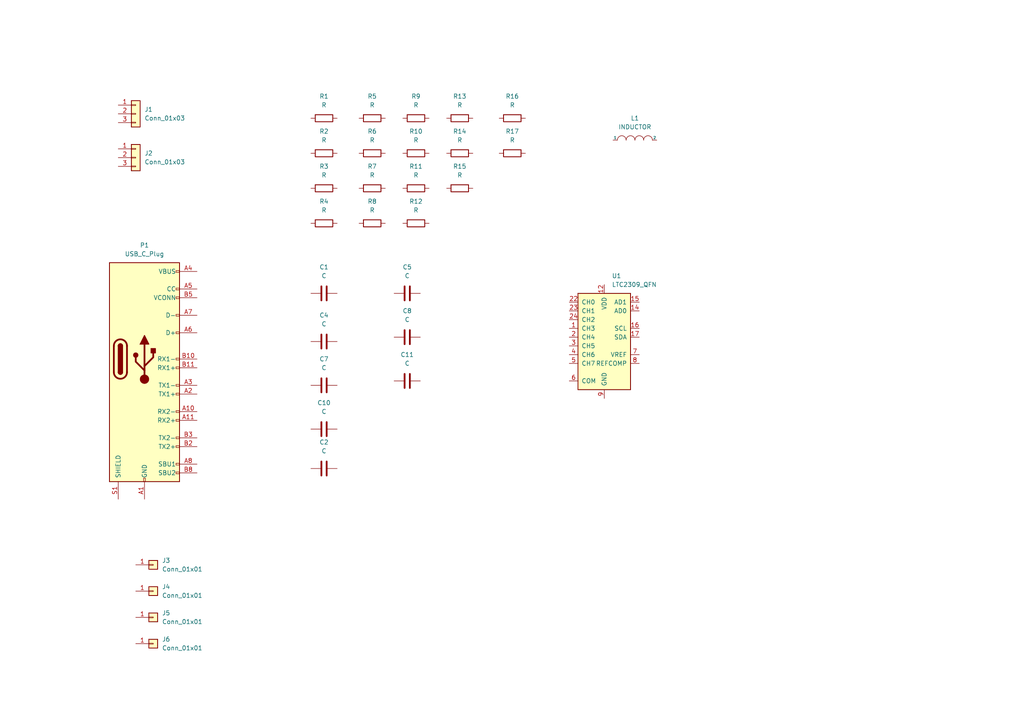
<source format=kicad_sch>
(kicad_sch (version 20231120) (generator "eeschema") (generator_version "8.0")
  (paper "A4")
  (lib_symbols
    (symbol "Analog_ADC:LTC2309_QFN" (pin_names (offset 1.016))
      (property "Reference" "U" (at -6.35 13.97 0))
      (property "Value" "LTC2309_QFN" (at 1.27 13.97 0))
      (symbol "LTC2309_QFN_0_1"
        (rectangle (start -7.62 12.7) (end 7.62 -15.24) (stroke (width 0.254)) (fill (type background)))
        (pin input line (at -10.16 -2.54 0) (length 2.54) (name "CH5") (number "3"))
      )
      (symbol "LTC2309_QFN_1_1"
        (pin input line (at -10.16 2.54 0) (length 2.54) (name "CH3") (number "1"))
        (pin passive line (at 0 -17.78 90) (length 2.54) hide (name "GND") (number "10"))
        (pin passive line (at 0 -17.78 90) (length 2.54) hide (name "GND") (number "11"))
        (pin power_in line (at 0 15.24 270) (length 2.54) (name "VDD") (number "12"))
        (pin passive line (at 0 15.24 270) (length 2.54) hide (name "VDD") (number "13"))
        (pin input line (at 10.16 7.62 180) (length 2.54) (name "AD0") (number "14"))
        (pin input line (at 10.16 10.16 180) (length 2.54) (name "AD1") (number "15"))
        (pin input line (at 10.16 2.54 180) (length 2.54) (name "SCL") (number "16"))
        (pin bidirectional line (at 10.16 0 180) (length 2.54) (name "SDA") (number "17"))
        (pin passive line (at 0 -17.78 90) (length 2.54) hide (name "GND") (number "18"))
        (pin passive line (at 0 -17.78 90) (length 2.54) hide (name "GND") (number "19"))
        (pin input line (at -10.16 0 0) (length 2.54) (name "CH4") (number "2"))
        (pin passive line (at 0 -17.78 90) (length 2.54) hide (name "GND") (number "20"))
        (pin passive line (at 0 15.24 270) (length 2.54) hide (name "VDD") (number "21"))
        (pin input line (at -10.16 10.16 0) (length 2.54) (name "CH0") (number "22"))
        (pin input line (at -10.16 7.62 0) (length 2.54) (name "CH1") (number "23"))
        (pin input line (at -10.16 5.08 0) (length 2.54) (name "CH2") (number "24"))
        (pin passive line (at 0 -17.78 90) (length 2.54) hide (name "GND") (number "25"))
        (pin input line (at -10.16 -5.08 0) (length 2.54) (name "CH6") (number "4"))
        (pin input line (at -10.16 -7.62 0) (length 2.54) (name "CH7") (number "5"))
        (pin input line (at -10.16 -12.7 0) (length 2.54) (name "COM") (number "6"))
        (pin input line (at 10.16 -5.08 180) (length 2.54) (name "VREF") (number "7"))
        (pin input line (at 10.16 -7.62 180) (length 2.54) (name "REFCOMP") (number "8"))
        (pin power_in line (at 0 -17.78 90) (length 2.54) (name "GND") (number "9"))
      )
    )
    (symbol "Connector:USB_C_Plug" (pin_names (offset 1.016))
      (property "Reference" "P" (at -10.16 29.21 0))
      (property "Value" "USB_C_Plug" (at 10.16 29.21 0))
      (symbol "USB_C_Plug_0_0"
        (rectangle (start -0.254 -35.56) (end 0.254 -34.544))
        (rectangle (start 10.16 -32.766) (end 9.144 -33.274))
        (rectangle (start 10.16 -30.226) (end 9.144 -30.734))
        (rectangle (start 10.16 -25.146) (end 9.144 -25.654))
        (rectangle (start 10.16 -22.606) (end 9.144 -23.114))
        (rectangle (start 10.16 -17.526) (end 9.144 -18.034))
        (rectangle (start 10.16 -14.986) (end 9.144 -15.494))
        (rectangle (start 10.16 -9.906) (end 9.144 -10.414))
        (rectangle (start 10.16 -7.366) (end 9.144 -7.874))
        (rectangle (start 10.16 -2.286) (end 9.144 -2.794))
        (rectangle (start 10.16 0.254) (end 9.144 -0.254))
        (rectangle (start 10.16 7.874) (end 9.144 7.366))
        (rectangle (start 10.16 12.954) (end 9.144 12.446))
        (rectangle (start 10.16 18.034) (end 9.144 17.526))
        (rectangle (start 10.16 20.574) (end 9.144 20.066))
        (rectangle (start 10.16 25.654) (end 9.144 25.146))
      )
      (symbol "USB_C_Plug_0_1"
        (rectangle (start -10.16 27.94) (end 10.16 -35.56) (stroke (width 0.254)) (fill (type background)))
        (arc (start -8.89 -3.81) (mid -6.985 -5.7066) (end -5.08 -3.81) (stroke (width 0.508)))
        (arc (start -7.62 -3.81) (mid -6.985 -4.4422) (end -6.35 -3.81) (stroke (width 0.254)))
        (arc (start -7.62 -3.81) (mid -6.985 -4.4422) (end -6.35 -3.81) (stroke (width 0.254)) (fill (type outline)))
        (rectangle (start -7.62 -3.81) (end -6.35 3.81) (stroke (width 0.254)) (fill (type outline)))
        (arc (start -6.35 3.81) (mid -6.985 4.4422) (end -7.62 3.81) (stroke (width 0.254)))
        (arc (start -6.35 3.81) (mid -6.985 4.4422) (end -7.62 3.81) (stroke (width 0.254)) (fill (type outline)))
        (arc (start -5.08 3.81) (mid -6.985 5.7066) (end -8.89 3.81) (stroke (width 0.508)))
        (polyline (pts (xy -8.89 -3.81) (xy -8.89 3.81)) (stroke (width 0.508)))
        (polyline (pts (xy -5.08 3.81) (xy -5.08 -3.81)) (stroke (width 0.508)))
      )
      (symbol "USB_C_Plug_1_1"
        (circle (center -2.54 1.143) (radius 0.635) (stroke (width 0.254)) (fill (type outline)))
        (circle (center 0 -5.842) (radius 1.27) (fill (type outline)))
        (polyline (pts (xy 0 -5.842) (xy 0 4.318)) (stroke (width 0.508)))
        (polyline (pts (xy 0 -3.302) (xy -2.54 -0.762) (xy -2.54 0.508)) (stroke (width 0.508)))
        (polyline (pts (xy 0 -2.032) (xy 2.54 0.508) (xy 2.54 1.778)) (stroke (width 0.508)))
        (polyline (pts (xy -1.27 4.318) (xy 0 6.858) (xy 1.27 4.318) (xy -1.27 4.318)) (stroke (width 0.254)) (fill (type outline)))
        (rectangle (start 1.905 1.778) (end 3.175 3.048) (stroke (width 0.254)) (fill (type outline)))
        (pin passive line (at 0 -40.64 90) (length 5.08) (name "GND") (number "A1"))
        (pin bidirectional line (at 15.24 -15.24 180) (length 5.08) (name "RX2-") (number "A10"))
        (pin bidirectional line (at 15.24 -17.78 180) (length 5.08) (name "RX2+") (number "A11"))
        (pin passive line (at 0 -40.64 90) (length 5.08) hide (name "GND") (number "A12"))
        (pin bidirectional line (at 15.24 -10.16 180) (length 5.08) (name "TX1+") (number "A2"))
        (pin bidirectional line (at 15.24 -7.62 180) (length 5.08) (name "TX1-") (number "A3"))
        (pin passive line (at 15.24 25.4 180) (length 5.08) (name "VBUS") (number "A4"))
        (pin bidirectional line (at 15.24 20.32 180) (length 5.08) (name "CC") (number "A5"))
        (pin bidirectional line (at 15.24 7.62 180) (length 5.08) (name "D+") (number "A6"))
        (pin bidirectional line (at 15.24 12.7 180) (length 5.08) (name "D-") (number "A7"))
        (pin bidirectional line (at 15.24 -30.48 180) (length 5.08) (name "SBU1") (number "A8"))
        (pin passive line (at 15.24 25.4 180) (length 5.08) hide (name "VBUS") (number "A9"))
        (pin passive line (at 0 -40.64 90) (length 5.08) hide (name "GND") (number "B1"))
        (pin bidirectional line (at 15.24 0 180) (length 5.08) (name "RX1-") (number "B10"))
        (pin bidirectional line (at 15.24 -2.54 180) (length 5.08) (name "RX1+") (number "B11"))
        (pin passive line (at 0 -40.64 90) (length 5.08) hide (name "GND") (number "B12"))
        (pin bidirectional line (at 15.24 -25.4 180) (length 5.08) (name "TX2+") (number "B2"))
        (pin bidirectional line (at 15.24 -22.86 180) (length 5.08) (name "TX2-") (number "B3"))
        (pin passive line (at 15.24 25.4 180) (length 5.08) hide (name "VBUS") (number "B4"))
        (pin bidirectional line (at 15.24 17.78 180) (length 5.08) (name "VCONN") (number "B5"))
        (pin bidirectional line (at 15.24 -33.02 180) (length 5.08) (name "SBU2") (number "B8"))
        (pin passive line (at 15.24 25.4 180) (length 5.08) hide (name "VBUS") (number "B9"))
        (pin passive line (at -7.62 -40.64 90) (length 5.08) (name "SHIELD") (number "S1"))
      )
    )
    (symbol "Connector_Generic:Conn_01x01" (pin_names (offset 1.016) hide)
      (property "Reference" "J" (at 0 2.54 0))
      (property "Value" "Conn_01x01" (at 0 -2.54 0))
      (symbol "Conn_01x01_1_1"
        (rectangle (start -1.27 0.127) (end 0 -0.127) (stroke (width 0.1524)))
        (rectangle (start -1.27 1.27) (end 1.27 -1.27) (stroke (width 0.254)) (fill (type background)))
        (pin passive line (at -5.08 0 0) (length 3.81) (name "Pin_1") (number "1"))
      )
    )
    (symbol "Connector_Generic:Conn_01x03" (pin_names (offset 1.016) hide)
      (property "Reference" "J" (at 0 5.08 0))
      (property "Value" "Conn_01x03" (at 0 -5.08 0))
      (symbol "Conn_01x03_1_1"
        (rectangle (start -1.27 -2.413) (end 0 -2.667) (stroke (width 0.1524)))
        (rectangle (start -1.27 0.127) (end 0 -0.127) (stroke (width 0.1524)))
        (rectangle (start -1.27 2.667) (end 0 2.413) (stroke (width 0.1524)))
        (rectangle (start -1.27 3.81) (end 1.27 -3.81) (stroke (width 0.254)) (fill (type background)))
        (pin passive line (at -5.08 2.54 0) (length 3.81) (name "Pin_1") (number "1"))
        (pin passive line (at -5.08 0 0) (length 3.81) (name "Pin_2") (number "2"))
        (pin passive line (at -5.08 -2.54 0) (length 3.81) (name "Pin_3") (number "3"))
      )
    )
    (symbol "Device:C" (pin_numbers hide) (pin_names (offset 0.254))
      (property "Reference" "C" (at 0.635 2.54 0))
      (property "Value" "C" (at 0.635 -2.54 0))
      (symbol "C_0_1"
        (polyline (pts (xy -2.032 -0.762) (xy 2.032 -0.762)) (stroke (width 0.508)))
        (polyline (pts (xy -2.032 0.762) (xy 2.032 0.762)) (stroke (width 0.508)))
      )
      (symbol "C_1_1"
        (pin passive line (at 0 3.81 270) (length 2.794) (name "~") (number "1"))
        (pin passive line (at 0 -3.81 90) (length 2.794) (name "~") (number "2"))
      )
    )
    (symbol "Device:R" (pin_numbers hide) (pin_names (offset 0))
      (property "Reference" "R" (at 2.032 0 90))
      (property "Value" "R" (at 0 0 90))
      (symbol "R_0_1"
        (rectangle (start -1.016 -2.54) (end 1.016 2.54) (stroke (width 0.254)))
      )
      (symbol "R_1_1"
        (pin passive line (at 0 3.81 270) (length 1.27) (name "~") (number "1"))
        (pin passive line (at 0 -3.81 90) (length 1.27) (name "~") (number "2"))
      )
    )
    (symbol "pspice:INDUCTOR" (pin_numbers hide) (pin_names (offset 0))
      (property "Reference" "L" (at 0 2.54 0))
      (property "Value" "INDUCTOR" (at 0 -1.27 0))
      (symbol "INDUCTOR_0_1"
        (arc (start -2.54 0) (mid -3.81 1.2645) (end -5.08 0))
        (arc (start 0 0) (mid -1.27 1.2645) (end -2.54 0))
        (arc (start 2.54 0) (mid 1.27 1.2645) (end 0 0))
        (arc (start 5.08 0) (mid 3.81 1.2645) (end 2.54 0))
      )
      (symbol "INDUCTOR_1_1"
        (pin input line (at -6.35 0 0) (length 1.27) (name "1") (number "1"))
        (pin input line (at 6.35 0 180) (length 1.27) (name "2") (number "2"))
      )
    )
  )
  (symbol (lib_id "Device:R") (at 120.65 44.45 90) (unit 1)
    (property "Reference" "R10" (at 120.65 38.1 90))
    (property "Value" "R" (at 120.65 40.64 90))
    (property "Footprint" "Resistor_SMD:R_0603_1608Metric" (effects (hide yes)))
    (property "Description" "Resistor" (effects (hide yes)))
  )
  (symbol (lib_id "Device:C") (at 93.98 111.76 90) (unit 1)
    (property "Reference" "C7" (at 93.98 104.14 90))
    (property "Value" "C" (at 93.98 106.68 90))
    (property "Footprint" "Capacitor_SMD:C_0805_2012Metric" (effects (hide yes)))
    (property "Description" "Unpolarized capacitor" (effects (hide yes)))
  )
  (symbol (lib_id "Device:C") (at 118.11 110.49 90) (unit 1)
    (property "Reference" "C11" (at 118.11 102.87 90))
    (property "Value" "C" (at 118.11 105.41 90))
    (property "Footprint" "Capacitor_SMD:C_0805_2012Metric" (effects (hide yes)))
    (property "Description" "Unpolarized capacitor" (effects (hide yes)))
  )
  (symbol (lib_id "Connector_Generic:Conn_01x01") (at 44.45 163.83 0) (unit 1)
    (property "Reference" "J3" (at 46.99 162.5599 0) (effects (justify left)))
    (property "Value" "Conn_01x01" (at 46.99 165.0999 0) (effects (justify left)))
    (property "Footprint" "TestPoint:TestPoint_THTPad_2.0x2.0mm_Drill1.0mm" (effects (hide yes)))
    (property "Description" "Generic connector, single row, 01x01, script generated (kicad-library-utils/schlib/autogen/connector/)" (effects (hide yes)))
  )
  (symbol (lib_id "Device:C") (at 93.98 135.89 90) (unit 1)
    (property "Reference" "C2" (at 93.98 128.27 90))
    (property "Value" "C" (at 93.98 130.81 90))
    (property "Footprint" "Capacitor_SMD:C_0603_1608Metric" (effects (hide yes)))
    (property "Description" "Unpolarized capacitor" (effects (hide yes)))
  )
  (symbol (lib_id "Device:C") (at 93.98 85.09 90) (unit 1)
    (property "Reference" "C1" (at 93.98 77.47 90))
    (property "Value" "C" (at 93.98 80.01 90))
    (property "Footprint" "Capacitor_SMD:C_0603_1608Metric" (effects (hide yes)))
    (property "Description" "Unpolarized capacitor" (effects (hide yes)))
  )
  (symbol (lib_id "Analog_ADC:LTC2309_QFN") (at 175.26 97.79 0) (unit 1)
    (property "Reference" "U1" (at 177.4541 80.01 0) (effects (justify left)))
    (property "Value" "LTC2309_QFN" (at 177.4541 82.55 0) (effects (justify left)))
    (property "Footprint" "Package_DFN_QFN:QFN-24-1EP_4x4mm_P0.5mm_EP2.6x2.6mm" (effects (hide yes)))
    (property "Datasheet" "https://www.analog.com/media/en/technical-documentation/data-sheets/2309fd.pdf" (effects (hide yes)))
    (property "Description" "8 Channels, 12-Bit SAR ADC, I2C interface, QFN-24 package" (effects (hide yes)))
  )
  (symbol (lib_id "Device:R") (at 107.95 54.61 90) (unit 1)
    (property "Reference" "R7" (at 107.95 48.26 90))
    (property "Value" "R" (at 107.95 50.8 90))
    (property "Footprint" "Resistor_SMD:R_0603_1608Metric" (effects (hide yes)))
    (property "Description" "Resistor" (effects (hide yes)))
  )
  (symbol (lib_id "pspice:INDUCTOR") (at 184.15 40.64 0) (unit 1)
    (property "Reference" "L1" (at 184.15 34.29 0))
    (property "Value" "INDUCTOR" (at 184.15 36.83 0))
    (property "Footprint" "Inductor_SMD:L_Wuerth_HCI-2212" (effects (hide yes)))
    (property "Description" "Inductor symbol for simulation only" (effects (hide yes)))
  )
  (symbol (lib_id "Device:R") (at 120.65 64.77 90) (unit 1)
    (property "Reference" "R12" (at 120.65 58.42 90))
    (property "Value" "R" (at 120.65 60.96 90))
    (property "Footprint" "Resistor_SMD:R_0603_1608Metric" (effects (hide yes)))
    (property "Description" "Resistor" (effects (hide yes)))
  )
  (symbol (lib_id "Device:R") (at 133.35 54.61 90) (unit 1)
    (property "Reference" "R15" (at 133.35 48.26 90))
    (property "Value" "R" (at 133.35 50.8 90))
    (property "Footprint" "Resistor_SMD:R_0603_1608Metric" (effects (hide yes)))
    (property "Description" "Resistor" (effects (hide yes)))
  )
  (symbol (lib_id "Connector_Generic:Conn_01x03") (at 39.37 45.72 0) (unit 1)
    (property "Reference" "J2" (at 41.91 44.4499 0) (effects (justify left)))
    (property "Value" "Conn_01x03" (at 41.91 46.9899 0) (effects (justify left)))
    (property "Footprint" "Connector_PinHeader_2.54mm:PinHeader_1x03_P2.54mm_Vertical" (effects (hide yes)))
    (property "Description" "Generic connector, single row, 01x03, script generated (kicad-library-utils/schlib/autogen/connector/)" (effects (hide yes)))
  )
  (symbol (lib_id "Device:C") (at 93.98 124.46 90) (unit 1)
    (property "Reference" "C10" (at 93.98 116.84 90))
    (property "Value" "C" (at 93.98 119.38 90))
    (property "Footprint" "Capacitor_SMD:C_0805_2012Metric" (effects (hide yes)))
    (property "Description" "Unpolarized capacitor" (effects (hide yes)))
  )
  (symbol (lib_id "Device:R") (at 120.65 34.29 90) (unit 1)
    (property "Reference" "R9" (at 120.65 27.94 90))
    (property "Value" "R" (at 120.65 30.48 90))
    (property "Footprint" "Resistor_SMD:R_0603_1608Metric" (effects (hide yes)))
    (property "Description" "Resistor" (effects (hide yes)))
  )
  (symbol (lib_id "Device:R") (at 93.98 44.45 90) (unit 1)
    (property "Reference" "R2" (at 93.98 38.1 90))
    (property "Value" "R" (at 93.98 40.64 90))
    (property "Footprint" "Resistor_SMD:R_0603_1608Metric" (effects (hide yes)))
    (property "Description" "Resistor" (effects (hide yes)))
  )
  (symbol (lib_id "Device:R") (at 93.98 54.61 90) (unit 1)
    (property "Reference" "R3" (at 93.98 48.26 90))
    (property "Value" "R" (at 93.98 50.8 90))
    (property "Footprint" "Resistor_SMD:R_0603_1608Metric" (effects (hide yes)))
    (property "Description" "Resistor" (effects (hide yes)))
  )
  (symbol (lib_id "Device:R") (at 107.95 64.77 90) (unit 1)
    (property "Reference" "R8" (at 107.95 58.42 90))
    (property "Value" "R" (at 107.95 60.96 90))
    (property "Footprint" "Resistor_SMD:R_0603_1608Metric" (effects (hide yes)))
    (property "Description" "Resistor" (effects (hide yes)))
  )
  (symbol (lib_id "Connector_Generic:Conn_01x01") (at 44.45 186.69 0) (unit 1)
    (property "Reference" "J6" (at 46.99 185.4199 0) (effects (justify left)))
    (property "Value" "Conn_01x01" (at 46.99 187.9599 0) (effects (justify left)))
    (property "Footprint" "TestPoint:TestPoint_THTPad_2.0x2.0mm_Drill1.0mm" (effects (hide yes)))
    (property "Description" "Generic connector, single row, 01x01, script generated (kicad-library-utils/schlib/autogen/connector/)" (effects (hide yes)))
  )
  (symbol (lib_id "Connector:USB_C_Plug") (at 41.91 104.14 0) (unit 1)
    (property "Reference" "P1" (at 41.91 71.12 0))
    (property "Value" "USB_C_Plug" (at 41.91 73.66 0))
    (property "Datasheet" "https://www.usb.org/sites/default/files/documents/usb_type-c.zip" (effects (hide yes)))
    (property "Description" "USB Type-C Plug connector" (effects (hide yes)))
  )
  (symbol (lib_id "Device:C") (at 118.11 97.79 90) (unit 1)
    (property "Reference" "C8" (at 118.11 90.17 90))
    (property "Value" "C" (at 118.11 92.71 90))
    (property "Footprint" "Capacitor_SMD:C_0805_2012Metric" (effects (hide yes)))
    (property "Description" "Unpolarized capacitor" (effects (hide yes)))
  )
  (symbol (lib_id "Device:C") (at 118.11 85.09 90) (unit 1)
    (property "Reference" "C5" (at 118.11 77.47 90))
    (property "Value" "C" (at 118.11 80.01 90))
    (property "Footprint" "Capacitor_SMD:C_0805_2012Metric" (effects (hide yes)))
    (property "Description" "Unpolarized capacitor" (effects (hide yes)))
  )
  (symbol (lib_id "Device:R") (at 107.95 34.29 90) (unit 1)
    (property "Reference" "R5" (at 107.95 27.94 90))
    (property "Value" "R" (at 107.95 30.48 90))
    (property "Footprint" "Resistor_SMD:R_0603_1608Metric" (effects (hide yes)))
    (property "Description" "Resistor" (effects (hide yes)))
  )
  (symbol (lib_id "Device:R") (at 148.59 44.45 90) (unit 1)
    (property "Reference" "R17" (at 148.59 38.1 90))
    (property "Value" "R" (at 148.59 40.64 90))
    (property "Footprint" "Resistor_SMD:R_0805_2012Metric" (effects (hide yes)))
    (property "Description" "Resistor" (effects (hide yes)))
  )
  (symbol (lib_id "Device:R") (at 120.65 54.61 90) (unit 1)
    (property "Reference" "R11" (at 120.65 48.26 90))
    (property "Value" "R" (at 120.65 50.8 90))
    (property "Footprint" "Resistor_SMD:R_0603_1608Metric" (effects (hide yes)))
    (property "Description" "Resistor" (effects (hide yes)))
  )
  (symbol (lib_id "Device:R") (at 93.98 34.29 90) (unit 1)
    (property "Reference" "R1" (at 93.98 27.94 90))
    (property "Value" "R" (at 93.98 30.48 90))
    (property "Footprint" "Resistor_SMD:R_0603_1608Metric" (effects (hide yes)))
    (property "Description" "Resistor" (effects (hide yes)))
  )
  (symbol (lib_id "Device:C") (at 93.98 99.06 90) (unit 1)
    (property "Reference" "C4" (at 93.98 91.44 90))
    (property "Value" "C" (at 93.98 93.98 90))
    (property "Footprint" "Capacitor_SMD:C_0603_1608Metric" (effects (hide yes)))
    (property "Description" "Unpolarized capacitor" (effects (hide yes)))
  )
  (symbol (lib_id "Device:R") (at 148.59 34.29 90) (unit 1)
    (property "Reference" "R16" (at 148.59 27.94 90))
    (property "Value" "R" (at 148.59 30.48 90))
    (property "Footprint" "Resistor_SMD:R_0805_2012Metric" (effects (hide yes)))
    (property "Description" "Resistor" (effects (hide yes)))
  )
  (symbol (lib_id "Device:R") (at 133.35 34.29 90) (unit 1)
    (property "Reference" "R13" (at 133.35 27.94 90))
    (property "Value" "R" (at 133.35 30.48 90))
    (property "Footprint" "Resistor_SMD:R_0603_1608Metric" (effects (hide yes)))
    (property "Description" "Resistor" (effects (hide yes)))
  )
  (symbol (lib_id "Device:R") (at 133.35 44.45 90) (unit 1)
    (property "Reference" "R14" (at 133.35 38.1 90))
    (property "Value" "R" (at 133.35 40.64 90))
    (property "Footprint" "Resistor_SMD:R_0603_1608Metric" (effects (hide yes)))
    (property "Description" "Resistor" (effects (hide yes)))
  )
  (symbol (lib_id "Connector_Generic:Conn_01x01") (at 44.45 171.45 0) (unit 1)
    (property "Reference" "J4" (at 46.99 170.1799 0) (effects (justify left)))
    (property "Value" "Conn_01x01" (at 46.99 172.7199 0) (effects (justify left)))
    (property "Footprint" "TestPoint:TestPoint_THTPad_2.0x2.0mm_Drill1.0mm" (effects (hide yes)))
    (property "Description" "Generic connector, single row, 01x01, script generated (kicad-library-utils/schlib/autogen/connector/)" (effects (hide yes)))
  )
  (symbol (lib_id "Connector_Generic:Conn_01x01") (at 44.45 179.07 0) (unit 1)
    (property "Reference" "J5" (at 46.99 177.7999 0) (effects (justify left)))
    (property "Value" "Conn_01x01" (at 46.99 180.3399 0) (effects (justify left)))
    (property "Footprint" "TestPoint:TestPoint_THTPad_2.0x2.0mm_Drill1.0mm" (effects (hide yes)))
    (property "Description" "Generic connector, single row, 01x01, script generated (kicad-library-utils/schlib/autogen/connector/)" (effects (hide yes)))
  )
  (symbol (lib_id "Connector_Generic:Conn_01x03") (at 39.37 33.02 0) (unit 1)
    (property "Reference" "J1" (at 41.91 31.7499 0) (effects (justify left)))
    (property "Value" "Conn_01x03" (at 41.91 34.2899 0) (effects (justify left)))
    (property "Footprint" "Connector_PinHeader_2.54mm:PinHeader_1x03_P2.54mm_Vertical" (effects (hide yes)))
    (property "Description" "Generic connector, single row, 01x03, script generated (kicad-library-utils/schlib/autogen/connector/)" (effects (hide yes)))
  )
  (symbol (lib_id "Device:R") (at 107.95 44.45 90) (unit 1)
    (property "Reference" "R6" (at 107.95 38.1 90))
    (property "Value" "R" (at 107.95 40.64 90))
    (property "Footprint" "Resistor_SMD:R_0603_1608Metric" (effects (hide yes)))
    (property "Description" "Resistor" (effects (hide yes)))
  )
  (symbol (lib_id "Device:R") (at 93.98 64.77 90) (unit 1)
    (property "Reference" "R4" (at 93.98 58.42 90))
    (property "Value" "R" (at 93.98 60.96 90))
    (property "Footprint" "Resistor_SMD:R_0603_1608Metric" (effects (hide yes)))
    (property "Description" "Resistor" (effects (hide yes)))
  )
)
</source>
